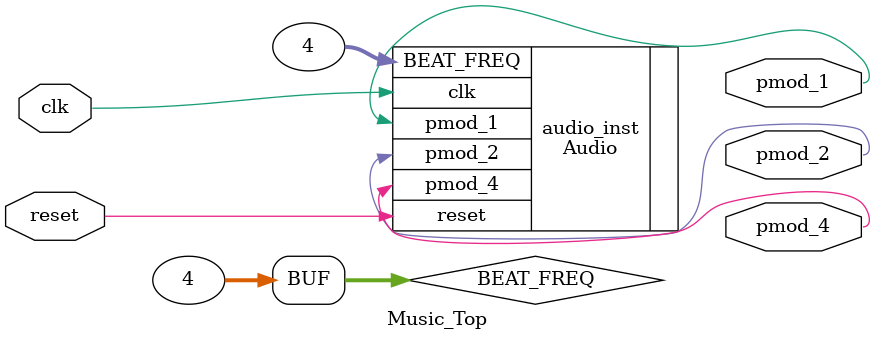
<source format=v>
module Music_Top (
	input clk,
	input reset,
    output pmod_1,
	output pmod_2,
	output pmod_4
    );

	wire [31:0] BEAT_FREQ = 32'd4;

	Audio audio_inst(
		.clk(clk),
		.reset(reset),
		.BEAT_FREQ(BEAT_FREQ),
		.pmod_1(pmod_1),
		.pmod_2(pmod_2),
		.pmod_4(pmod_4)
	);

endmodule
</source>
